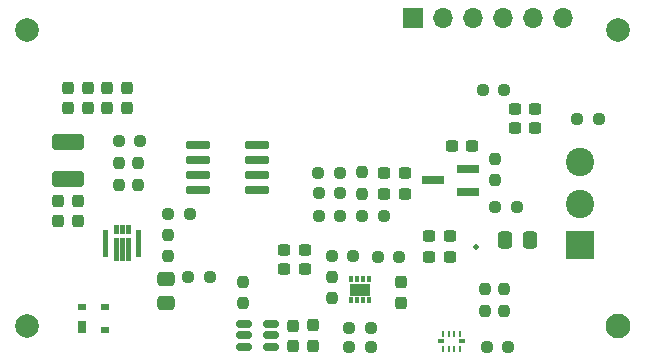
<source format=gbs>
G04 #@! TF.GenerationSoftware,KiCad,Pcbnew,7.0.1*
G04 #@! TF.CreationDate,2023-11-26T12:32:17+08:00*
G04 #@! TF.ProjectId,SourceFIle,536f7572-6365-4464-996c-652e6b696361,02*
G04 #@! TF.SameCoordinates,Original*
G04 #@! TF.FileFunction,Soldermask,Bot*
G04 #@! TF.FilePolarity,Negative*
%FSLAX46Y46*%
G04 Gerber Fmt 4.6, Leading zero omitted, Abs format (unit mm)*
G04 Created by KiCad (PCBNEW 7.0.1) date 2023-11-26 12:32:17*
%MOMM*%
%LPD*%
G01*
G04 APERTURE LIST*
G04 Aperture macros list*
%AMRoundRect*
0 Rectangle with rounded corners*
0 $1 Rounding radius*
0 $2 $3 $4 $5 $6 $7 $8 $9 X,Y pos of 4 corners*
0 Add a 4 corners polygon primitive as box body*
4,1,4,$2,$3,$4,$5,$6,$7,$8,$9,$2,$3,0*
0 Add four circle primitives for the rounded corners*
1,1,$1+$1,$2,$3*
1,1,$1+$1,$4,$5*
1,1,$1+$1,$6,$7*
1,1,$1+$1,$8,$9*
0 Add four rect primitives between the rounded corners*
20,1,$1+$1,$2,$3,$4,$5,0*
20,1,$1+$1,$4,$5,$6,$7,0*
20,1,$1+$1,$6,$7,$8,$9,0*
20,1,$1+$1,$8,$9,$2,$3,0*%
G04 Aperture macros list end*
%ADD10C,0.010000*%
%ADD11R,1.700000X1.700000*%
%ADD12O,1.700000X1.700000*%
%ADD13C,2.000000*%
%ADD14R,2.400000X2.400000*%
%ADD15C,2.400000*%
%ADD16C,0.508000*%
%ADD17C,2.100000*%
%ADD18R,0.300000X0.500000*%
%ADD19R,1.750000X1.050000*%
%ADD20RoundRect,0.237500X-0.250000X-0.237500X0.250000X-0.237500X0.250000X0.237500X-0.250000X0.237500X0*%
%ADD21RoundRect,0.237500X-0.237500X0.300000X-0.237500X-0.300000X0.237500X-0.300000X0.237500X0.300000X0*%
%ADD22RoundRect,0.237500X0.300000X0.237500X-0.300000X0.237500X-0.300000X-0.237500X0.300000X-0.237500X0*%
%ADD23RoundRect,0.237500X0.250000X0.237500X-0.250000X0.237500X-0.250000X-0.237500X0.250000X-0.237500X0*%
%ADD24RoundRect,0.237500X-0.237500X0.250000X-0.237500X-0.250000X0.237500X-0.250000X0.237500X0.250000X0*%
%ADD25R,0.700000X1.000000*%
%ADD26R,0.700000X0.600000*%
%ADD27RoundRect,0.237500X0.237500X-0.300000X0.237500X0.300000X-0.237500X0.300000X-0.237500X-0.300000X0*%
%ADD28RoundRect,0.042000X-0.943000X-0.258000X0.943000X-0.258000X0.943000X0.258000X-0.943000X0.258000X0*%
%ADD29RoundRect,0.237500X0.237500X-0.250000X0.237500X0.250000X-0.237500X0.250000X-0.237500X-0.250000X0*%
%ADD30RoundRect,0.237500X-0.300000X-0.237500X0.300000X-0.237500X0.300000X0.237500X-0.300000X0.237500X0*%
%ADD31R,1.900000X0.800000*%
%ADD32RoundRect,0.150000X0.512500X0.150000X-0.512500X0.150000X-0.512500X-0.150000X0.512500X-0.150000X0*%
%ADD33RoundRect,0.250000X1.100000X-0.412500X1.100000X0.412500X-1.100000X0.412500X-1.100000X-0.412500X0*%
%ADD34R,0.250000X0.580000*%
%ADD35R,0.630000X0.350000*%
%ADD36RoundRect,0.250000X-0.337500X-0.475000X0.337500X-0.475000X0.337500X0.475000X-0.337500X0.475000X0*%
%ADD37RoundRect,0.250000X-0.475000X0.337500X-0.475000X-0.337500X0.475000X-0.337500X0.475000X0.337500X0*%
G04 APERTURE END LIST*
D10*
X136481250Y-91867500D02*
X136161250Y-91867500D01*
X136161250Y-89977500D01*
X136481250Y-89977500D01*
X136481250Y-91867500D01*
G36*
X136481250Y-91867500D02*
G01*
X136161250Y-91867500D01*
X136161250Y-89977500D01*
X136481250Y-89977500D01*
X136481250Y-91867500D01*
G37*
X136981250Y-91867500D02*
X136641250Y-91867500D01*
X136641250Y-89977500D01*
X136981250Y-89977500D01*
X136981250Y-91867500D01*
G36*
X136981250Y-91867500D02*
G01*
X136641250Y-91867500D01*
X136641250Y-89977500D01*
X136981250Y-89977500D01*
X136981250Y-91867500D01*
G37*
X137461250Y-91867500D02*
X137141250Y-91867500D01*
X137141250Y-89977500D01*
X137461250Y-89977500D01*
X137461250Y-91867500D01*
G36*
X137461250Y-91867500D02*
G01*
X137141250Y-91867500D01*
X137141250Y-89977500D01*
X137461250Y-89977500D01*
X137461250Y-91867500D01*
G37*
X135581250Y-91467500D02*
X135241250Y-91467500D01*
X135241250Y-90767500D01*
X135581250Y-90767500D01*
X135581250Y-91467500D01*
G36*
X135581250Y-91467500D02*
G01*
X135241250Y-91467500D01*
X135241250Y-90767500D01*
X135581250Y-90767500D01*
X135581250Y-91467500D01*
G37*
X138381250Y-91467500D02*
X138041250Y-91467500D01*
X138041250Y-90767500D01*
X138381250Y-90767500D01*
X138381250Y-91467500D01*
G36*
X138381250Y-91467500D02*
G01*
X138041250Y-91467500D01*
X138041250Y-90767500D01*
X138381250Y-90767500D01*
X138381250Y-91467500D01*
G37*
X135581250Y-90967500D02*
X135241250Y-90967500D01*
X135241250Y-90267500D01*
X135581250Y-90267500D01*
X135581250Y-90967500D01*
G36*
X135581250Y-90967500D02*
G01*
X135241250Y-90967500D01*
X135241250Y-90267500D01*
X135581250Y-90267500D01*
X135581250Y-90967500D01*
G37*
X138381250Y-90967500D02*
X138041250Y-90967500D01*
X138041250Y-90267500D01*
X138381250Y-90267500D01*
X138381250Y-90967500D01*
G36*
X138381250Y-90967500D02*
G01*
X138041250Y-90967500D01*
X138041250Y-90267500D01*
X138381250Y-90267500D01*
X138381250Y-90967500D01*
G37*
X135581250Y-90467500D02*
X135241250Y-90467500D01*
X135241250Y-89767500D01*
X135581250Y-89767500D01*
X135581250Y-90467500D01*
G36*
X135581250Y-90467500D02*
G01*
X135241250Y-90467500D01*
X135241250Y-89767500D01*
X135581250Y-89767500D01*
X135581250Y-90467500D01*
G37*
X138381250Y-90467500D02*
X138041250Y-90467500D01*
X138041250Y-89767500D01*
X138381250Y-89767500D01*
X138381250Y-90467500D01*
G36*
X138381250Y-90467500D02*
G01*
X138041250Y-90467500D01*
X138041250Y-89767500D01*
X138381250Y-89767500D01*
X138381250Y-90467500D01*
G37*
X135581250Y-89967500D02*
X135241250Y-89967500D01*
X135241250Y-89267500D01*
X135581250Y-89267500D01*
X135581250Y-89967500D01*
G36*
X135581250Y-89967500D02*
G01*
X135241250Y-89967500D01*
X135241250Y-89267500D01*
X135581250Y-89267500D01*
X135581250Y-89967500D01*
G37*
X138381250Y-89967500D02*
X138041250Y-89967500D01*
X138041250Y-89267500D01*
X138381250Y-89267500D01*
X138381250Y-89967500D01*
G36*
X138381250Y-89967500D02*
G01*
X138041250Y-89967500D01*
X138041250Y-89267500D01*
X138381250Y-89267500D01*
X138381250Y-89967500D01*
G37*
X136481250Y-89567500D02*
X136141250Y-89567500D01*
X136141250Y-88867500D01*
X136481250Y-88867500D01*
X136481250Y-89567500D01*
G36*
X136481250Y-89567500D02*
G01*
X136141250Y-89567500D01*
X136141250Y-88867500D01*
X136481250Y-88867500D01*
X136481250Y-89567500D01*
G37*
X136981250Y-89567500D02*
X136641250Y-89567500D01*
X136641250Y-88867500D01*
X136981250Y-88867500D01*
X136981250Y-89567500D01*
G36*
X136981250Y-89567500D02*
G01*
X136641250Y-89567500D01*
X136641250Y-88867500D01*
X136981250Y-88867500D01*
X136981250Y-89567500D01*
G37*
X137481250Y-89567500D02*
X137141250Y-89567500D01*
X137141250Y-88867500D01*
X137481250Y-88867500D01*
X137481250Y-89567500D01*
G36*
X137481250Y-89567500D02*
G01*
X137141250Y-89567500D01*
X137141250Y-88867500D01*
X137481250Y-88867500D01*
X137481250Y-89567500D01*
G37*
D11*
X161471250Y-71375000D03*
D12*
X164011250Y-71375000D03*
X166551250Y-71375000D03*
X169091250Y-71375000D03*
X171631250Y-71375000D03*
X174171250Y-71375000D03*
D13*
X178831250Y-72375000D03*
D14*
X175591250Y-90555000D03*
D15*
X175591250Y-87055000D03*
X175591250Y-83555000D03*
D16*
X166828750Y-90716800D03*
D13*
X128791250Y-97375000D03*
X128791250Y-72375000D03*
D17*
X178831250Y-97375000D03*
D18*
X157743750Y-95235000D03*
X157243750Y-95235000D03*
X156743750Y-95235000D03*
X156243750Y-95235000D03*
X156243750Y-93435000D03*
X156743750Y-93435000D03*
X157243750Y-93435000D03*
X157743750Y-93435000D03*
D19*
X156993750Y-94335000D03*
D20*
X154588750Y-91525000D03*
X156413750Y-91525000D03*
X156073750Y-99175000D03*
X157898750Y-99175000D03*
D21*
X151323750Y-97382500D03*
X151323750Y-99107500D03*
D22*
X166443750Y-82195000D03*
X164718750Y-82195000D03*
D23*
X157901250Y-97555000D03*
X156076250Y-97555000D03*
X144233750Y-93285000D03*
X142408750Y-93285000D03*
D24*
X138211250Y-83630000D03*
X138211250Y-85455000D03*
D25*
X133391250Y-97515000D03*
D26*
X133391250Y-95815000D03*
X135391250Y-95815000D03*
X135391250Y-97715000D03*
D24*
X157161250Y-84405000D03*
X157161250Y-86230000D03*
D22*
X171783750Y-80675000D03*
X170058750Y-80675000D03*
D27*
X160471250Y-95447500D03*
X160471250Y-93722500D03*
D24*
X154621250Y-93232500D03*
X154621250Y-95057500D03*
D28*
X143291250Y-85880000D03*
X143291250Y-84610000D03*
X143291250Y-83340000D03*
X143291250Y-82070000D03*
X148231250Y-82070000D03*
X148231250Y-83340000D03*
X148231250Y-84610000D03*
X148231250Y-85880000D03*
D29*
X169181250Y-96140000D03*
X169181250Y-94315000D03*
D21*
X152973750Y-97362500D03*
X152973750Y-99087500D03*
D22*
X164573750Y-91545000D03*
X162848750Y-91545000D03*
D30*
X159028750Y-84447500D03*
X160753750Y-84447500D03*
D23*
X155243750Y-84485000D03*
X153418750Y-84485000D03*
D22*
X152293750Y-92615000D03*
X150568750Y-92615000D03*
D30*
X159028750Y-86197500D03*
X160753750Y-86197500D03*
D23*
X169523750Y-99165000D03*
X167698750Y-99165000D03*
X155283750Y-88115000D03*
X153458750Y-88115000D03*
D22*
X171786250Y-79035000D03*
X170061250Y-79035000D03*
D27*
X137201250Y-78977500D03*
X137201250Y-77252500D03*
D31*
X166151250Y-84135000D03*
X166151250Y-86035000D03*
X163151250Y-85085000D03*
D20*
X175353750Y-79875000D03*
X177178750Y-79875000D03*
D29*
X167541250Y-96130000D03*
X167541250Y-94305000D03*
D20*
X158468750Y-91535000D03*
X160293750Y-91535000D03*
D21*
X131371250Y-86822500D03*
X131371250Y-88547500D03*
D32*
X149421250Y-97265000D03*
X149421250Y-98215000D03*
X149421250Y-99165000D03*
X147146250Y-99165000D03*
X147146250Y-98215000D03*
X147146250Y-97265000D03*
D29*
X140721250Y-91510000D03*
X140721250Y-89685000D03*
D23*
X155293750Y-86195000D03*
X153468750Y-86195000D03*
D30*
X150548750Y-90955000D03*
X152273750Y-90955000D03*
D27*
X135571250Y-78977500D03*
X135571250Y-77252500D03*
D23*
X170228750Y-87350000D03*
X168403750Y-87350000D03*
X142543750Y-87905000D03*
X140718750Y-87905000D03*
D20*
X167353750Y-77425000D03*
X169178750Y-77425000D03*
X157138750Y-88067500D03*
X158963750Y-88067500D03*
D24*
X136551250Y-83650000D03*
X136551250Y-85475000D03*
D21*
X133101250Y-86812500D03*
X133101250Y-88537500D03*
D23*
X138373750Y-81785000D03*
X136548750Y-81785000D03*
D22*
X164553750Y-89825000D03*
X162828750Y-89825000D03*
D33*
X132251250Y-84927500D03*
X132251250Y-81802500D03*
D34*
X165466250Y-99340000D03*
X164966250Y-99340000D03*
X164466250Y-99340000D03*
X163966250Y-99340000D03*
D35*
X163856250Y-98700000D03*
D34*
X163966250Y-98060000D03*
X164466250Y-98060000D03*
X164966250Y-98060000D03*
X165466250Y-98060000D03*
D35*
X165576250Y-98700000D03*
D27*
X132231250Y-78950000D03*
X132231250Y-77225000D03*
D29*
X147031250Y-95487500D03*
X147031250Y-93662500D03*
D36*
X169273750Y-90145000D03*
X171348750Y-90145000D03*
D27*
X133921250Y-78980000D03*
X133921250Y-77255000D03*
D37*
X140501250Y-93417500D03*
X140501250Y-95492500D03*
D24*
X168391250Y-83237500D03*
X168391250Y-85062500D03*
M02*

</source>
